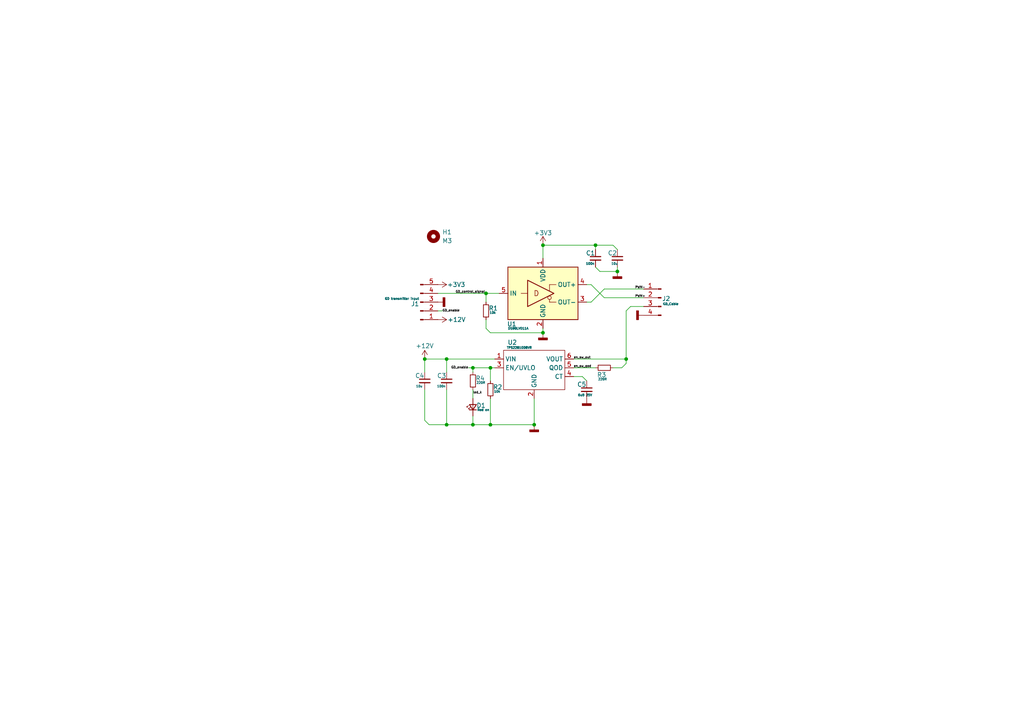
<source format=kicad_sch>
(kicad_sch (version 20231120) (generator "eeschema") (generator_version "8.0")
  (paper "A4")
  (title_block (title "Gate drive transmitter") (date "2025-01-26") (rev "A") (company "KEM, FEI, TUKE") (comment 2 "Electrical schematic") (comment 3 "In testing") (comment 4 "EN"))
  (lib_symbols
    (symbol "Connector:Conn_01x04_Pin" (pin_names (offset 1.016) hide)
      (property "Reference" "J" (at 0 5.08 0))
      (property "Value" "Conn_01x04_Pin" (at 0 -7.62 0))
      (symbol "Conn_01x04_Pin_1_1"
        (polyline (pts (xy 1.27 -5.08) (xy 0.8636 -5.08)) (stroke (width 0.1524)))
        (polyline (pts (xy 1.27 -2.54) (xy 0.8636 -2.54)) (stroke (width 0.1524)))
        (polyline (pts (xy 1.27 0) (xy 0.8636 0)) (stroke (width 0.1524)))
        (polyline (pts (xy 1.27 2.54) (xy 0.8636 2.54)) (stroke (width 0.1524)))
        (rectangle (start 0.8636 -4.953) (end 0 -5.207) (stroke (width 0.1524)) (fill (type outline)))
        (rectangle (start 0.8636 -2.413) (end 0 -2.667) (stroke (width 0.1524)) (fill (type outline)))
        (rectangle (start 0.8636 0.127) (end 0 -0.127) (stroke (width 0.1524)) (fill (type outline)))
        (rectangle (start 0.8636 2.667) (end 0 2.413) (stroke (width 0.1524)) (fill (type outline)))
        (pin passive line (at 5.08 2.54 180) (length 3.81) (name "Pin_1") (number "1"))
        (pin passive line (at 5.08 0 180) (length 3.81) (name "Pin_2") (number "2"))
        (pin passive line (at 5.08 -2.54 180) (length 3.81) (name "Pin_3") (number "3"))
        (pin passive line (at 5.08 -5.08 180) (length 3.81) (name "Pin_4") (number "4"))
      )
    )
    (symbol "Connector:Conn_01x05_Pin" (pin_names (offset 1.016) hide)
      (property "Reference" "J" (at 0 7.62 0))
      (property "Value" "Conn_01x05_Pin" (at 0 -7.62 0))
      (symbol "Conn_01x05_Pin_1_1"
        (polyline (pts (xy 1.27 -5.08) (xy 0.8636 -5.08)) (stroke (width 0.1524)))
        (polyline (pts (xy 1.27 -2.54) (xy 0.8636 -2.54)) (stroke (width 0.1524)))
        (polyline (pts (xy 1.27 0) (xy 0.8636 0)) (stroke (width 0.1524)))
        (polyline (pts (xy 1.27 2.54) (xy 0.8636 2.54)) (stroke (width 0.1524)))
        (polyline (pts (xy 1.27 5.08) (xy 0.8636 5.08)) (stroke (width 0.1524)))
        (rectangle (start 0.8636 -4.953) (end 0 -5.207) (stroke (width 0.1524)) (fill (type outline)))
        (rectangle (start 0.8636 -2.413) (end 0 -2.667) (stroke (width 0.1524)) (fill (type outline)))
        (rectangle (start 0.8636 0.127) (end 0 -0.127) (stroke (width 0.1524)) (fill (type outline)))
        (rectangle (start 0.8636 2.667) (end 0 2.413) (stroke (width 0.1524)) (fill (type outline)))
        (rectangle (start 0.8636 5.207) (end 0 4.953) (stroke (width 0.1524)) (fill (type outline)))
        (pin passive line (at 5.08 5.08 180) (length 3.81) (name "Pin_1") (number "1"))
        (pin passive line (at 5.08 2.54 180) (length 3.81) (name "Pin_2") (number "2"))
        (pin passive line (at 5.08 0 180) (length 3.81) (name "Pin_3") (number "3"))
        (pin passive line (at 5.08 -2.54 180) (length 3.81) (name "Pin_4") (number "4"))
        (pin passive line (at 5.08 -5.08 180) (length 3.81) (name "Pin_5") (number "5"))
      )
    )
    (symbol "Device:C_Small" (pin_numbers hide) (pin_names (offset 0.254) hide)
      (property "Reference" "C" (at 0.254 1.778 0))
      (property "Value" "C_Small" (at 0.254 -2.032 0))
      (symbol "C_Small_0_1"
        (polyline (pts (xy -1.524 -0.508) (xy 1.524 -0.508)) (stroke (width 0.3302)))
        (polyline (pts (xy -1.524 0.508) (xy 1.524 0.508)) (stroke (width 0.3048)))
      )
      (symbol "C_Small_1_1"
        (pin passive line (at 0 2.54 270) (length 2.032) (name "~") (number "1"))
        (pin passive line (at 0 -2.54 90) (length 2.032) (name "~") (number "2"))
      )
    )
    (symbol "Device:LED_Small" (pin_numbers hide) (pin_names (offset 0.254) hide)
      (property "Reference" "D" (at -1.27 3.175 0))
      (property "Value" "LED_Small" (at -4.445 -2.54 0))
      (symbol "LED_Small_0_1"
        (polyline (pts (xy -0.762 -1.016) (xy -0.762 1.016)) (stroke (width 0.254)))
        (polyline (pts (xy 1.016 0) (xy -0.762 0)))
        (polyline (pts (xy 0.762 -1.016) (xy -0.762 0) (xy 0.762 1.016) (xy 0.762 -1.016)) (stroke (width 0.254)))
        (polyline (pts (xy 0 0.762) (xy -0.508 1.27) (xy -0.254 1.27) (xy -0.508 1.27) (xy -0.508 1.016)))
        (polyline (pts (xy 0.508 1.27) (xy 0 1.778) (xy 0.254 1.778) (xy 0 1.778) (xy 0 1.524)))
      )
      (symbol "LED_Small_1_1"
        (pin passive line (at -2.54 0 0) (length 1.778) (name "K") (number "1"))
        (pin passive line (at 2.54 0 180) (length 1.778) (name "A") (number "2"))
      )
    )
    (symbol "Device:R_Small" (pin_numbers hide) (pin_names (offset 0.254) hide)
      (property "Reference" "R" (at 0.762 0.508 0))
      (property "Value" "R_Small" (at 0.762 -1.016 0))
      (symbol "R_Small_0_1"
        (rectangle (start -0.762 1.778) (end 0.762 -1.778) (stroke (width 0.2032)))
      )
      (symbol "R_Small_1_1"
        (pin passive line (at 0 2.54 270) (length 0.762) (name "~") (number "1"))
        (pin passive line (at 0 -2.54 90) (length 0.762) (name "~") (number "2"))
      )
    )
    (symbol "Interface:DS90LV011A"
      (property "Reference" "U" (at -8.89 8.89 0))
      (property "Value" "DS90LV011A" (at 1.27 8.89 0))
      (symbol "DS90LV011A_1_0"
        (rectangle (start -10.16 7.62) (end 10.16 -7.62) (stroke (width 0.254)) (fill (type background)))
        (polyline (pts (xy 1.905 -1.778) (xy 1.905 -2.54)))
        (polyline (pts (xy 1.905 0.635) (xy 1.905 2.54)))
        (circle (center 1.905 -1.27) (radius 0.508))
        (text "D" (at -1.905 0 0) (effects (font (size 1.524 1.524))))
      )
      (symbol "DS90LV011A_1_1"
        (polyline (pts (xy -6.35 0) (xy -4.445 0)))
        (polyline (pts (xy 1.905 -2.54) (xy 3.81 -2.54)))
        (polyline (pts (xy 3.81 2.54) (xy 1.905 2.54)))
        (polyline (pts (xy -4.445 -3.81) (xy -4.445 3.81) (xy 3.175 0) (xy -4.445 -3.81)) (stroke (width 0.254)))
        (pin power_in line (at 0 10.16 270) (length 2.54) (name "VDD") (number "1"))
        (pin power_in line (at 0 -10.16 90) (length 2.54) (name "GND") (number "2"))
        (pin output line (at 12.7 -2.54 180) (length 2.54) (name "OUT-") (number "3"))
        (pin output line (at 12.7 2.54 180) (length 2.54) (name "OUT+") (number "4"))
        (pin input line (at -12.7 0 0) (length 2.54) (name "IN") (number "5"))
      )
    )
    (symbol "Mechanical:MountingHole" (pin_names (offset 1.016)) (exclude_from_sim yes) (in_bom no)
      (property "Reference" "H" (at 0 5.08 0))
      (property "Value" "MountingHole" (at 0 3.175 0))
      (symbol "MountingHole_0_1"
        (circle (center 0 0) (radius 1.27) (stroke (width 1.27)))
      )
    )
    (symbol "ProjectLib:TPS22810DBVR"
      (property "Reference" "U" (at 0 -18.796 0))
      (property "Value" "TPS22810DBVR" (at 0.254 -21.336 0))
      (symbol "TPS22810DBVR_0_1"
        (rectangle (start -8.89 5.08) (end 8.89 -6.35))
      )
      (symbol "TPS22810DBVR_1_1"
        (pin power_in line (at -11.43 2.54 0) (length 2.54) (name "VIN") (number "1"))
        (pin power_in line (at 0 -8.89 90) (length 2.54) (name "GND") (number "2"))
        (pin input line (at -11.43 0 0) (length 2.54) (name "EN/UVLO") (number "3"))
        (pin passive line (at 11.43 -2.54 180) (length 2.54) (name "CT") (number "4"))
        (pin passive line (at 11.43 0 180) (length 2.54) (name "QOD") (number "5"))
        (pin power_out line (at 11.43 2.54 180) (length 2.54) (name "VOUT") (number "6"))
      )
    )
    (symbol "power:+12V" (power) (pin_numbers hide) (pin_names (offset 0) hide)
      (property "Value" "+12V" (at 0 3.556 0))
      (symbol "+12V_0_1"
        (polyline (pts (xy -0.762 1.27) (xy 0 2.54)))
        (polyline (pts (xy 0 0) (xy 0 2.54)))
        (polyline (pts (xy 0 2.54) (xy 0.762 1.27)))
      )
      (symbol "+12V_1_1"
        (pin power_in line (at 0 0 90) (length 0) (name "~") (number "1"))
      )
    )
    (symbol "power:+3V3" (power) (pin_numbers hide) (pin_names (offset 0) hide)
      (property "Value" "+3V3" (at 0 3.556 0))
      (symbol "+3V3_0_1"
        (polyline (pts (xy -0.762 1.27) (xy 0 2.54)))
        (polyline (pts (xy 0 0) (xy 0 2.54)))
        (polyline (pts (xy 0 2.54) (xy 0.762 1.27)))
      )
      (symbol "+3V3_1_1"
        (pin power_in line (at 0 0 90) (length 0) (name "~") (number "1"))
      )
    )
    (symbol "power:GNDD" (power) (pin_numbers hide) (pin_names (offset 0) hide)
      (property "Value" "GNDD" (at 0 -3.175 0))
      (symbol "GNDD_0_1"
        (rectangle (start -1.27 -1.524) (end 1.27 -2.032) (stroke (width 0.254)) (fill (type outline)))
        (polyline (pts (xy 0 0) (xy 0 -1.524)))
      )
      (symbol "GNDD_1_1"
        (pin power_in line (at 0 0 270) (length 0) (name "~") (number "1"))
      )
    )
  )
  (junction (at 172.72 71.12))
  (junction (at 154.94 123.19))
  (junction (at 140.97 85.09))
  (junction (at 142.24 106.68))
  (junction (at 129.54 104.14))
  (junction (at 137.16 123.19))
  (junction (at 137.16 106.68))
  (junction (at 157.48 96.52))
  (junction (at 181.61 104.14))
  (junction (at 123.19 104.14))
  (junction (at 129.54 123.19))
  (junction (at 142.24 123.19))
  (junction (at 157.48 71.12))
  (junction (at 179.07 78.74))
  (wire (pts (xy 166.37 106.68) (xy 172.72 106.68)))
  (wire (pts (xy 123.19 104.14) (xy 129.54 104.14)))
  (wire (pts (xy 123.19 113.03) (xy 123.19 121.92)))
  (wire (pts (xy 181.61 104.14) (xy 181.61 105.41)))
  (wire (pts (xy 175.26 86.36) (xy 186.69 86.36)))
  (wire (pts (xy 127 85.09) (xy 140.97 85.09)))
  (wire (pts (xy 142.24 115.57) (xy 142.24 123.19)))
  (wire (pts (xy 172.72 71.12) (xy 177.8 71.12)))
  (wire (pts (xy 171.45 87.63) (xy 175.26 83.82)))
  (wire (pts (xy 137.16 106.68) (xy 137.16 107.95)))
  (wire (pts (xy 170.18 87.63) (xy 171.45 87.63)))
  (wire (pts (xy 182.88 88.9) (xy 186.69 88.9)))
  (wire (pts (xy 157.48 71.12) (xy 157.48 74.93)))
  (wire (pts (xy 140.97 85.09) (xy 140.97 87.63)))
  (wire (pts (xy 127 90.17) (xy 128.27 90.17)))
  (wire (pts (xy 177.8 106.68) (xy 180.34 106.68)))
  (wire (pts (xy 129.54 104.14) (xy 143.51 104.14)))
  (wire (pts (xy 129.54 113.03) (xy 129.54 123.19)))
  (wire (pts (xy 179.07 77.47) (xy 179.07 78.74)))
  (wire (pts (xy 179.07 72.39) (xy 177.8 71.12)))
  (wire (pts (xy 166.37 109.22) (xy 168.91 109.22)))
  (wire (pts (xy 142.24 106.68) (xy 142.24 110.49)))
  (wire (pts (xy 140.97 95.25) (xy 142.24 96.52)))
  (wire (pts (xy 157.48 71.12) (xy 172.72 71.12)))
  (wire (pts (xy 135.89 106.68) (xy 137.16 106.68)))
  (wire (pts (xy 142.24 123.19) (xy 154.94 123.19)))
  (wire (pts (xy 173.99 78.74) (xy 179.07 78.74)))
  (wire (pts (xy 172.72 77.47) (xy 173.99 78.74)))
  (wire (pts (xy 181.61 90.17) (xy 181.61 104.14)))
  (wire (pts (xy 154.94 115.57) (xy 154.94 123.19)))
  (wire (pts (xy 140.97 85.09) (xy 144.78 85.09)))
  (wire (pts (xy 129.54 123.19) (xy 137.16 123.19)))
  (wire (pts (xy 137.16 106.68) (xy 142.24 106.68)))
  (wire (pts (xy 137.16 123.19) (xy 142.24 123.19)))
  (wire (pts (xy 170.18 82.55) (xy 171.45 82.55)))
  (wire (pts (xy 140.97 92.71) (xy 140.97 95.25)))
  (wire (pts (xy 142.24 96.52) (xy 157.48 96.52)))
  (wire (pts (xy 180.34 106.68) (xy 181.61 105.41)))
  (wire (pts (xy 123.19 104.14) (xy 123.19 107.95)))
  (wire (pts (xy 129.54 104.14) (xy 129.54 107.95)))
  (wire (pts (xy 181.61 90.17) (xy 182.88 88.9)))
  (wire (pts (xy 124.46 123.19) (xy 129.54 123.19)))
  (wire (pts (xy 137.16 113.03) (xy 137.16 115.57)))
  (wire (pts (xy 123.19 121.92) (xy 124.46 123.19)))
  (wire (pts (xy 137.16 120.65) (xy 137.16 123.19)))
  (wire (pts (xy 171.45 82.55) (xy 175.26 86.36)))
  (wire (pts (xy 142.24 106.68) (xy 143.51 106.68)))
  (wire (pts (xy 166.37 104.14) (xy 181.61 104.14)))
  (wire (pts (xy 170.18 110.49) (xy 168.91 109.22)))
  (wire (pts (xy 157.48 96.52) (xy 157.48 95.25)))
  (wire (pts (xy 175.26 83.82) (xy 186.69 83.82)))
  (wire (pts (xy 172.72 71.12) (xy 172.72 72.39)))
  (label "en_sw_qod" (at 166.37 106.68 0) (effects (font (size 0.635 0.635))))
  (label "GD_control_signal" (at 132.08 85.09 0) (effects (font (size 0.635 0.635))))
  (label "led_k" (at 137.16 114.3 0) (effects (font (size 0.635 0.635))))
  (label "GD_enable" (at 128.27 90.17 0) (effects (font (size 0.635 0.635))))
  (label "PWM+" (at 184.15 86.36 0) (effects (font (size 0.635 0.635))))
  (label "GD_enable" (at 135.89 106.68 180) (effects (font (size 0.635 0.635))))
  (label "en_sw_out" (at 166.37 104.14 0) (effects (font (size 0.635 0.635))))
  (label "PWM-" (at 184.15 83.82 0) (effects (font (size 0.635 0.635))))
  (symbol (lib_id "Device:R_Small") (at 175.26 106.68 90) (unit 1)
    (property "Reference" "R3" (at 174.498 108.712 90))
    (property "Value" "220R" (at 174.752 109.982 90) (effects (font (size 0.635 0.635))))
    (property "Footprint" "Resistor_SMD:R_0805_2012Metric" (effects (hide yes)))
    (property "Description" "Resistor, small symbol" (effects (hide yes)))
    (property "DigiKey PN" "311-220CRCT-ND" (effects (hide yes)))
    (property "MPN" "RC0805FR-07220RL" (effects (hide yes)))
    (property "Mouser PN" "603-RC0805FR-07220RL" (effects (hide yes)))
  )
  (symbol (lib_id "Device:LED_Small") (at 137.16 118.11 90) (unit 1)
    (property "Reference" "D1" (at 138.176 117.602 90) (effects (justify right)))
    (property "Value" "Red on" (at 138.43 118.872 90) (effects (font (size 0.635 0.635)) (justify right)))
    (property "Footprint" "LED_SMD:LED_0805_2012Metric" (effects (hide yes)))
    (property "Description" "Light emitting diode, small symbol" (effects (hide yes)))
    (property "DigiKey PN" "160-1427-1-ND" (effects (hide yes)))
    (property "MPN" "LTST-C171KRKT" (effects (hide yes)))
    (property "Mouser PN" "859-LTST-C171KRKT " (effects (hide yes)))
  )
  (symbol (lib_id "Device:C_Small") (at 129.54 110.49 0) (unit 1)
    (property "Reference" "C3" (at 126.746 108.966 0) (effects (justify left)))
    (property "Value" "100n" (at 126.746 112.014 0) (effects (font (size 0.635 0.635)) (justify left)))
    (property "Footprint" "Capacitor_SMD:C_0805_2012Metric" (effects (hide yes)))
    (property "Description" "Unpolarized capacitor, small symbol" (effects (hide yes)))
    (property "DigiKey PN" "399-C0805C104K5RAC7210CT-ND" (effects (hide yes)))
    (property "MPN" "C0805C104K5RAC7411" (effects (hide yes)))
    (property "Mouser PN" "80-C0805C104K5RACLR" (effects (hide yes)))
  )
  (symbol (lib_id "Device:R_Small") (at 140.97 90.17 0) (mirror y) (unit 1)
    (property "Reference" "R1" (at 141.732 89.408 0) (effects (justify right)))
    (property "Value" "10k" (at 141.986 90.678 0) (effects (font (size 0.635 0.635)) (justify right)))
    (property "Footprint" "Resistor_SMD:R_0805_2012Metric" (effects (hide yes)))
    (property "Description" "Resistor, small symbol" (effects (hide yes)))
    (property "DigiKey PN" "311-2699-1-ND" (effects (hide yes)))
    (property "MPN" "RT0805DRD0710KL" (effects (hide yes)))
    (property "Mouser PN" "603-RT0805DRD0710KL" (effects (hide yes)))
  )
  (symbol (lib_id "power:+3V3") (at 127 82.55 270) (unit 1)
    (property "Reference" "#PWR05" (effects (hide yes)))
    (property "Value" "+3V3" (at 132.334 82.55 90))
    (property "Description" "Power symbol creates a global label with name \"+3V3\"" (effects (hide yes)))
  )
  (symbol (lib_id "ProjectLib:TPS22810DBVR") (at 154.94 106.68 0) (unit 1)
    (property "Reference" "U2" (at 148.59 99.314 0))
    (property "Value" "TPS22810DBVR" (at 150.622 100.838 0) (effects (font (size 0.635 0.635))))
    (property "Footprint" "Package_TO_SOT_SMD:SOT-23-6" (effects (hide yes)))
    (property "Datasheet" "https://www.ti.com/lit/ds/symlink/tps22810.pdf?HQS=dis-dk-null-digikeymode-dsf-pf-null-wwe&ts=1737633245658&ref_url=https%253A%252F%252Fwww.ti.com%252Fgeneral%252Fdocs%252Fsuppproductinfo.tsp%253FdistId%253D10%2526gotoUrl%253Dhttps%253A%252F%252Fwww.ti.com%252Flit%252Fgpn%252Ftps22810" (effects (hide yes)))
    (property "Description" "2.7-18V, 79mohms On-Resistance Load Switch With Thermal Protection, WSON-6" (effects (hide yes)))
    (property "DigiKey PN" "296-45297-1-ND" (effects (hide yes)))
    (property "MPN" "TPS22810DBVR" (effects (hide yes)))
    (property "Mouser PN" "595-TPS22810DBVR" (effects (hide yes)))
  )
  (symbol (lib_id "power:GNDD") (at 179.07 78.74 0) (unit 1)
    (property "Reference" "#PWR03" (effects (hide yes)))
    (property "Value" "GNDD" (effects (hide yes)))
    (property "Description" "Power symbol creates a global label with name \"GNDD\" , digital ground" (effects (hide yes)))
  )
  (symbol (lib_id "power:GNDD") (at 170.18 115.57 0) (unit 1)
    (property "Reference" "#PWR09" (effects (hide yes)))
    (property "Value" "GNDD" (effects (hide yes)))
    (property "Description" "Power symbol creates a global label with name \"GNDD\" , digital ground" (effects (hide yes)))
  )
  (symbol (lib_id "Connector:Conn_01x05_Pin") (at 121.92 87.63 0) (mirror x) (unit 1)
    (property "Reference" "J1" (at 120.396 88.138 0))
    (property "Value" "GD transmitter input" (at 116.586 86.614 0) (effects (font (size 0.635 0.635))))
    (property "Footprint" "Connector_PinHeader_2.54mm:PinHeader_1x05_P2.54mm_Horizontal" (effects (hide yes)))
    (property "Description" "Generic connector, single row, 01x05, script generated" (effects (hide yes)))
    (property "DigiKey PN" "2057-PH1RB-05-UA-ND" (effects (hide yes)))
    (property "MPN" "PH1RB-05-UA" (effects (hide yes)))
    (property "Mouser PN" "737-PH1RB-05-UA " (effects (hide yes)))
  )
  (symbol (lib_id "power:GNDD") (at 186.69 91.44 270) (unit 1)
    (property "Reference" "#PWR010" (effects (hide yes)))
    (property "Value" "GNDD" (effects (hide yes)))
    (property "Description" "Power symbol creates a global label with name \"GNDD\" , digital ground" (effects (hide yes)))
  )
  (symbol (lib_id "Mechanical:MountingHole") (at 125.73 68.58 0) (unit 1) (exclude_from_sim yes) (in_bom no)
    (property "Reference" "H1" (at 128.27 67.3099 0) (effects (justify left)))
    (property "Value" "M3" (at 128.27 69.8499 0) (effects (justify left)))
    (property "Footprint" "MountingHole:MountingHole_3.2mm_M3" (effects (hide yes)))
    (property "Description" "Mounting Hole without connection" (effects (hide yes)))
    (property "DigiKey PN" "-" (effects (hide yes)))
    (property "MPN" "-" (effects (hide yes)))
    (property "Mouser PN" "-" (effects (hide yes)))
  )
  (symbol (lib_id "Device:R_Small") (at 142.24 113.03 0) (mirror y) (unit 1)
    (property "Reference" "R2" (at 143.002 112.268 0) (effects (justify right)))
    (property "Value" "10k" (at 143.256 113.538 0) (effects (font (size 0.635 0.635)) (justify right)))
    (property "Footprint" "Resistor_SMD:R_0805_2012Metric" (effects (hide yes)))
    (property "Description" "Resistor, small symbol" (effects (hide yes)))
    (property "DigiKey PN" "311-2699-1-ND" (effects (hide yes)))
    (property "MPN" "RT0805DRD0710KL" (effects (hide yes)))
    (property "Mouser PN" "603-RT0805DRD0710KL" (effects (hide yes)))
  )
  (symbol (lib_id "Device:C_Small") (at 172.72 74.93 0) (unit 1)
    (property "Reference" "C1" (at 169.926 73.406 0) (effects (justify left)))
    (property "Value" "100n" (at 169.926 76.454 0) (effects (font (size 0.635 0.635)) (justify left)))
    (property "Footprint" "Capacitor_SMD:C_0805_2012Metric" (effects (hide yes)))
    (property "Description" "Unpolarized capacitor, small symbol" (effects (hide yes)))
    (property "DigiKey PN" "399-C0805C104K5RAC7210CT-ND" (effects (hide yes)))
    (property "MPN" "C0805C104K5RAC7411" (effects (hide yes)))
    (property "Mouser PN" "80-C0805C104K5RACLR" (effects (hide yes)))
  )
  (symbol (lib_id "power:+3V3") (at 157.48 71.12 0) (unit 1)
    (property "Reference" "#PWR02" (effects (hide yes)))
    (property "Value" "+3V3" (at 157.48 67.564 0))
    (property "Description" "Power symbol creates a global label with name \"+3V3\"" (effects (hide yes)))
  )
  (symbol (lib_id "power:+12V") (at 127 92.71 270) (unit 1)
    (property "Reference" "#PWR07" (effects (hide yes)))
    (property "Value" "+12V" (at 129.794 92.71 90) (effects (justify left)))
    (property "Description" "Power symbol creates a global label with name \"+12V\"" (effects (hide yes)))
  )
  (symbol (lib_id "Device:C_Small") (at 179.07 74.93 0) (unit 1)
    (property "Reference" "C2" (at 176.276 73.406 0) (effects (justify left)))
    (property "Value" "10u" (at 177.292 76.454 0) (effects (font (size 0.635 0.635)) (justify left)))
    (property "Footprint" "Capacitor_SMD:C_0805_2012Metric" (effects (hide yes)))
    (property "Description" "Unpolarized capacitor, small symbol" (effects (hide yes)))
    (property "DigiKey PN" "490-5523-1-ND" (effects (hide yes)))
    (property "MPN" "GRM21BR61E106KA73L" (effects (hide yes)))
    (property "Mouser PN" "81-GRM21BR61E106KA3L" (effects (hide yes)))
  )
  (symbol (lib_id "Device:R_Small") (at 137.16 110.49 0) (mirror y) (unit 1)
    (property "Reference" "R4" (at 137.922 109.728 0) (effects (justify right)))
    (property "Value" "220R" (at 138.176 110.998 0) (effects (font (size 0.635 0.635)) (justify right)))
    (property "Footprint" "Resistor_SMD:R_0805_2012Metric" (effects (hide yes)))
    (property "Description" "Resistor, small symbol" (effects (hide yes)))
    (property "DigiKey PN" "311-220CRCT-ND" (effects (hide yes)))
    (property "MPN" "RC0805FR-07220RL" (effects (hide yes)))
    (property "Mouser PN" "603-RC0805FR-07220RL" (effects (hide yes)))
  )
  (symbol (lib_id "power:GNDD") (at 127 87.63 90) (unit 1)
    (property "Reference" "#PWR04" (effects (hide yes)))
    (property "Value" "GNDD" (effects (hide yes)))
    (property "Description" "Power symbol creates a global label with name \"GNDD\" , digital ground" (effects (hide yes)))
  )
  (symbol (lib_id "Device:C_Small") (at 123.19 110.49 0) (unit 1)
    (property "Reference" "C4" (at 120.396 108.966 0) (effects (justify left)))
    (property "Value" "10u" (at 120.65 112.014 0) (effects (font (size 0.635 0.635)) (justify left)))
    (property "Footprint" "Capacitor_SMD:C_0805_2012Metric" (effects (hide yes)))
    (property "Description" "Unpolarized capacitor, small symbol" (effects (hide yes)))
    (property "DigiKey PN" "490-5523-1-ND" (effects (hide yes)))
    (property "MPN" "GRM21BR61E106KA73L" (effects (hide yes)))
    (property "Mouser PN" "81-GRM21BR61E106KA3L" (effects (hide yes)))
  )
  (symbol (lib_id "power:GNDD") (at 154.94 123.19 0) (unit 1)
    (property "Reference" "#PWR06" (effects (hide yes)))
    (property "Value" "GNDD" (effects (hide yes)))
    (property "Description" "Power symbol creates a global label with name \"GNDD\" , digital ground" (effects (hide yes)))
  )
  (symbol (lib_id "power:GNDD") (at 157.48 96.52 0) (unit 1)
    (property "Reference" "#PWR01" (effects (hide yes)))
    (property "Value" "GNDD" (effects (hide yes)))
    (property "Description" "Power symbol creates a global label with name \"GNDD\" , digital ground" (effects (hide yes)))
  )
  (symbol (lib_id "Interface:DS90LV011A") (at 157.48 85.09 0) (unit 1)
    (property "Reference" "U1" (at 147.066 93.98 0) (effects (justify left)))
    (property "Value" "DS90LV011A" (at 147.32 95.25 0) (effects (font (size 0.635 0.635)) (justify left)))
    (property "Footprint" "Package_TO_SOT_SMD:SOT-23-5" (effects (hide yes)))
    (property "Datasheet" "http://www.ti.com/lit/ds/symlink/ds90lv011a.pdf" (effects (hide yes)))
    (property "Description" "LVDS Single High Speed Differential Driver, 400Mbps, SOT-23-5" (effects (hide yes)))
    (property "DigiKey PN" "296-46418-1-ND" (effects (hide yes)))
    (property "MPN" "DS90LV011ATMFX/NOPB" (effects (hide yes)))
    (property "Mouser PN" "926-D90LV011ATMFXNPB" (effects (hide yes)))
  )
  (symbol (lib_id "power:+12V") (at 123.19 104.14 0) (unit 1)
    (property "Reference" "#PWR08" (effects (hide yes)))
    (property "Value" "+12V" (at 123.19 100.33 0))
    (property "Description" "Power symbol creates a global label with name \"+12V\"" (effects (hide yes)))
  )
  (symbol (lib_id "Connector:Conn_01x04_Pin") (at 191.77 86.36 0) (mirror y) (unit 1)
    (property "Reference" "J2" (at 192.024 86.614 0) (effects (justify right)))
    (property "Value" "GD_Cable" (at 192.278 88.138 0) (effects (font (size 0.635 0.635)) (justify right)))
    (property "Footprint" "ProjectLib:640457-4_TYC" (effects (hide yes)))
    (property "Description" "Generic connector, single row, 01x04, script generated" (effects (hide yes)))
    (property "DigiKey PN" "A1927-ND" (effects (hide yes)))
    (property "MPN" "640457-4" (effects (hide yes)))
    (property "Mouser PN" "571-6404574 " (effects (hide yes)))
  )
  (symbol (lib_id "Device:C_Small") (at 170.18 113.03 0) (unit 1)
    (property "Reference" "C5" (at 167.386 111.506 0) (effects (justify left)))
    (property "Value" "6u8 25V" (at 167.64 114.554 0) (effects (font (size 0.635 0.635)) (justify left)))
    (property "Footprint" "Capacitor_SMD:C_0805_2012Metric" (effects (hide yes)))
    (property "Description" "Unpolarized capacitor, small symbol" (effects (hide yes)))
    (property "DigiKey PN" "445-5982-1-ND" (effects (hide yes)))
    (property "MPN" "C2012X5R1E685K125AC" (effects (hide yes)))
    (property "Mouser PN" " 810-C2012X5R1E685K " (effects (hide yes)))
  )
)
</source>
